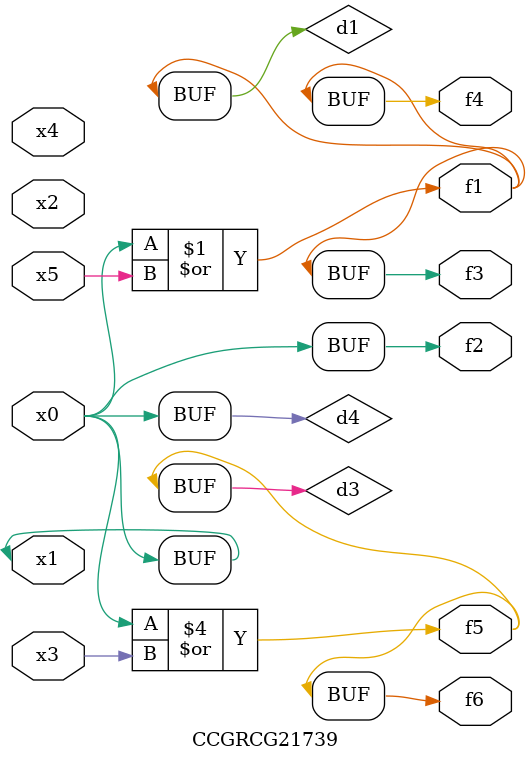
<source format=v>
module CCGRCG21739(
	input x0, x1, x2, x3, x4, x5,
	output f1, f2, f3, f4, f5, f6
);

	wire d1, d2, d3, d4;

	or (d1, x0, x5);
	xnor (d2, x1, x4);
	or (d3, x0, x3);
	buf (d4, x0, x1);
	assign f1 = d1;
	assign f2 = d4;
	assign f3 = d1;
	assign f4 = d1;
	assign f5 = d3;
	assign f6 = d3;
endmodule

</source>
